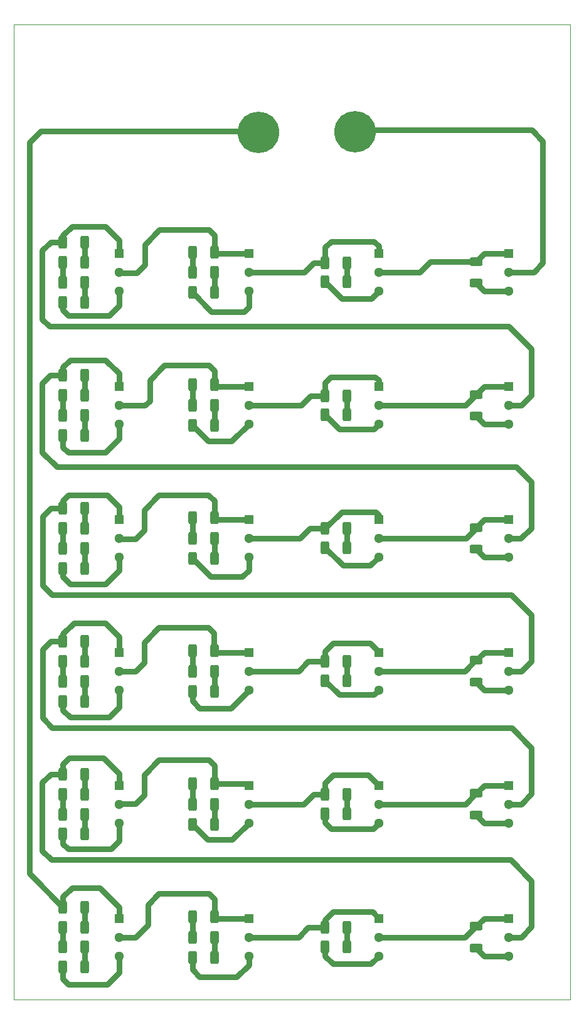
<source format=gbr>
%TF.GenerationSoftware,KiCad,Pcbnew,8.0.2*%
%TF.CreationDate,2024-08-18T00:41:24+05:30*%
%TF.ProjectId,DEC_R_BOX,4445435f-525f-4424-9f58-2e6b69636164,rev?*%
%TF.SameCoordinates,Original*%
%TF.FileFunction,Copper,L1,Top*%
%TF.FilePolarity,Positive*%
%FSLAX46Y46*%
G04 Gerber Fmt 4.6, Leading zero omitted, Abs format (unit mm)*
G04 Created by KiCad (PCBNEW 8.0.2) date 2024-08-18 00:41:24*
%MOMM*%
%LPD*%
G01*
G04 APERTURE LIST*
G04 Aperture macros list*
%AMRoundRect*
0 Rectangle with rounded corners*
0 $1 Rounding radius*
0 $2 $3 $4 $5 $6 $7 $8 $9 X,Y pos of 4 corners*
0 Add a 4 corners polygon primitive as box body*
4,1,4,$2,$3,$4,$5,$6,$7,$8,$9,$2,$3,0*
0 Add four circle primitives for the rounded corners*
1,1,$1+$1,$2,$3*
1,1,$1+$1,$4,$5*
1,1,$1+$1,$6,$7*
1,1,$1+$1,$8,$9*
0 Add four rect primitives between the rounded corners*
20,1,$1+$1,$2,$3,$4,$5,0*
20,1,$1+$1,$4,$5,$6,$7,0*
20,1,$1+$1,$6,$7,$8,$9,0*
20,1,$1+$1,$8,$9,$2,$3,0*%
G04 Aperture macros list end*
%TA.AperFunction,SMDPad,CuDef*%
%ADD10RoundRect,0.250000X-0.312500X-0.625000X0.312500X-0.625000X0.312500X0.625000X-0.312500X0.625000X0*%
%TD*%
%TA.AperFunction,ComponentPad*%
%ADD11R,1.300000X1.300000*%
%TD*%
%TA.AperFunction,ComponentPad*%
%ADD12C,1.300000*%
%TD*%
%TA.AperFunction,SMDPad,CuDef*%
%ADD13RoundRect,0.250000X0.625000X-0.312500X0.625000X0.312500X-0.625000X0.312500X-0.625000X-0.312500X0*%
%TD*%
%TA.AperFunction,ComponentPad*%
%ADD14C,5.600000*%
%TD*%
%TA.AperFunction,Conductor*%
%ADD15C,0.790000*%
%TD*%
%TA.AperFunction,Profile*%
%ADD16C,0.050000*%
%TD*%
G04 APERTURE END LIST*
D10*
%TO.P,R34,1*%
%TO.N,Net-(SW14-A)*%
X83437500Y-115958400D03*
%TO.P,R34,2*%
%TO.N,Net-(R34-Pad2)*%
X86362500Y-115958400D03*
%TD*%
D11*
%TO.P,SW5,1,A*%
%TO.N,Net-(SW5-A)*%
X108200000Y-78836800D03*
D12*
%TO.P,SW5,2,B*%
%TO.N,Net-(SW4-A)*%
X108200000Y-81376800D03*
%TO.P,SW5,3,C*%
%TO.N,Net-(SW5-C)*%
X108200000Y-83916800D03*
%TD*%
D10*
%TO.P,R30,1*%
%TO.N,Net-(SW12-C)*%
X48037500Y-103367600D03*
%TO.P,R30,2*%
%TO.N,Net-(R26-Pad2)*%
X50962500Y-103367600D03*
%TD*%
D11*
%TO.P,SW12,1,A*%
%TO.N,Net-(SW12-A)*%
X55600000Y-96777600D03*
D12*
%TO.P,SW12,2,B*%
%TO.N,Net-(SW11-A)*%
X55600000Y-99317600D03*
%TO.P,SW12,3,C*%
%TO.N,Net-(SW12-C)*%
X55600000Y-101857600D03*
%TD*%
D10*
%TO.P,R56,1*%
%TO.N,Net-(R53-Pad1)*%
X48037500Y-154490000D03*
%TO.P,R56,2*%
%TO.N,Net-(R56-Pad2)*%
X50962500Y-154490000D03*
%TD*%
%TO.P,R5,1*%
%TO.N,Net-(SW3-C)*%
X65537500Y-66186000D03*
%TO.P,R5,2*%
%TO.N,Net-(R4-Pad2)*%
X68462500Y-66186000D03*
%TD*%
%TO.P,R4,1*%
%TO.N,Net-(R4-Pad1)*%
X65537500Y-63436000D03*
%TO.P,R4,2*%
%TO.N,Net-(R4-Pad2)*%
X68462500Y-63436000D03*
%TD*%
D11*
%TO.P,SW6,1,A*%
%TO.N,Net-(SW6-A)*%
X90666666Y-78836800D03*
D12*
%TO.P,SW6,2,B*%
%TO.N,Net-(SW5-A)*%
X90666666Y-81376800D03*
%TO.P,SW6,3,C*%
%TO.N,Net-(SW6-C)*%
X90666666Y-83916800D03*
%TD*%
D10*
%TO.P,R3,1*%
%TO.N,Net-(SW2-A)*%
X83437500Y-62136000D03*
%TO.P,R3,2*%
%TO.N,Net-(R2-Pad2)*%
X86362500Y-62136000D03*
%TD*%
D13*
%TO.P,R17,1*%
%TO.N,Net-(SW5-C)*%
X103800000Y-82839300D03*
%TO.P,R17,2*%
%TO.N,Net-(SW5-A)*%
X103800000Y-79914300D03*
%TD*%
D10*
%TO.P,R18,1*%
%TO.N,Net-(SW6-C)*%
X83437500Y-82676800D03*
%TO.P,R18,2*%
%TO.N,Net-(R14-Pad2)*%
X86362500Y-82676800D03*
%TD*%
%TO.P,R36,1*%
%TO.N,Net-(R33-Pad1)*%
X48037500Y-118608400D03*
%TO.P,R36,2*%
%TO.N,Net-(R36-Pad2)*%
X50962500Y-118608400D03*
%TD*%
%TO.P,R41,1*%
%TO.N,Net-(SW20-A)*%
X48037500Y-131149200D03*
%TO.P,R41,2*%
%TO.N,Net-(R41-Pad2)*%
X50962500Y-131149200D03*
%TD*%
%TO.P,R28,1*%
%TO.N,Net-(SW10-C)*%
X83437500Y-100617600D03*
%TO.P,R28,2*%
%TO.N,Net-(R24-Pad2)*%
X86362500Y-100617600D03*
%TD*%
%TO.P,R32,1*%
%TO.N,Net-(R32-Pad1)*%
X65537500Y-114508400D03*
%TO.P,R32,2*%
%TO.N,Net-(SW15-A)*%
X68462500Y-114508400D03*
%TD*%
%TO.P,R21,1*%
%TO.N,Net-(SW12-A)*%
X48037500Y-95267600D03*
%TO.P,R21,2*%
%TO.N,Net-(R21-Pad2)*%
X50962500Y-95267600D03*
%TD*%
%TO.P,R51,1*%
%TO.N,Net-(J1-Pin_1)*%
X48037500Y-149090000D03*
%TO.P,R51,2*%
%TO.N,Net-(R51-Pad2)*%
X50962500Y-149090000D03*
%TD*%
%TO.P,R29,1*%
%TO.N,Net-(SW11-C)*%
X65537500Y-102067600D03*
%TO.P,R29,2*%
%TO.N,Net-(R25-Pad2)*%
X68462500Y-102067600D03*
%TD*%
D13*
%TO.P,R47,1*%
%TO.N,Net-(SW17-C)*%
X103800000Y-136661700D03*
%TO.P,R47,2*%
%TO.N,Net-(SW17-A)*%
X103800000Y-133736700D03*
%TD*%
D10*
%TO.P,R60,1*%
%TO.N,Net-(SW24-C)*%
X48037500Y-157190000D03*
%TO.P,R60,2*%
%TO.N,Net-(R56-Pad2)*%
X50962500Y-157190000D03*
%TD*%
%TO.P,R38,1*%
%TO.N,Net-(SW14-C)*%
X83437500Y-118558400D03*
%TO.P,R38,2*%
%TO.N,Net-(R34-Pad2)*%
X86362500Y-118558400D03*
%TD*%
%TO.P,R25,1*%
%TO.N,Net-(R22-Pad1)*%
X65537500Y-99317600D03*
%TO.P,R25,2*%
%TO.N,Net-(R25-Pad2)*%
X68462500Y-99317600D03*
%TD*%
D11*
%TO.P,SW2,1,A*%
%TO.N,Net-(SW2-A)*%
X90666666Y-60896000D03*
D12*
%TO.P,SW2,2,B*%
%TO.N,Net-(SW1-A)*%
X90666666Y-63436000D03*
%TO.P,SW2,3,C*%
%TO.N,Net-(SW2-C)*%
X90666666Y-65976000D03*
%TD*%
D10*
%TO.P,R40,1*%
%TO.N,Net-(SW16-C)*%
X48037500Y-121308400D03*
%TO.P,R40,2*%
%TO.N,Net-(R36-Pad2)*%
X50962500Y-121308400D03*
%TD*%
%TO.P,R12,1*%
%TO.N,Net-(R12-Pad1)*%
X65537500Y-78626800D03*
%TO.P,R12,2*%
%TO.N,Net-(SW7-A)*%
X68462500Y-78626800D03*
%TD*%
D13*
%TO.P,R37,1*%
%TO.N,Net-(SW13-C)*%
X103800000Y-118720900D03*
%TO.P,R37,2*%
%TO.N,Net-(SW13-A)*%
X103800000Y-115795900D03*
%TD*%
D10*
%TO.P,R10,1*%
%TO.N,Net-(SW4-A)*%
X48037500Y-59386000D03*
%TO.P,R10,2*%
%TO.N,Net-(R10-Pad2)*%
X50962500Y-59386000D03*
%TD*%
%TO.P,R2,1*%
%TO.N,Net-(SW2-C)*%
X83437500Y-64736000D03*
%TO.P,R2,2*%
%TO.N,Net-(R2-Pad2)*%
X86362500Y-64736000D03*
%TD*%
%TO.P,R11,1*%
%TO.N,Net-(SW8-A)*%
X48037500Y-77326800D03*
%TO.P,R11,2*%
%TO.N,Net-(R11-Pad2)*%
X50962500Y-77326800D03*
%TD*%
D11*
%TO.P,SW21,1,A*%
%TO.N,Net-(SW21-A)*%
X108200000Y-150600000D03*
D12*
%TO.P,SW21,2,B*%
%TO.N,Net-(SW20-A)*%
X108200000Y-153140000D03*
%TO.P,SW21,3,C*%
%TO.N,Net-(SW21-C)*%
X108200000Y-155680000D03*
%TD*%
D11*
%TO.P,SW8,1,A*%
%TO.N,Net-(SW8-A)*%
X55600000Y-78836800D03*
D12*
%TO.P,SW8,2,B*%
%TO.N,Net-(SW7-A)*%
X55600000Y-81376800D03*
%TO.P,SW8,3,C*%
%TO.N,Net-(SW8-C)*%
X55600000Y-83916800D03*
%TD*%
D11*
%TO.P,SW22,1,A*%
%TO.N,Net-(SW22-A)*%
X90666666Y-150600000D03*
D12*
%TO.P,SW22,2,B*%
%TO.N,Net-(SW21-A)*%
X90666666Y-153140000D03*
%TO.P,SW22,3,C*%
%TO.N,Net-(SW22-C)*%
X90666666Y-155680000D03*
%TD*%
D10*
%TO.P,R35,1*%
%TO.N,Net-(R32-Pad1)*%
X65537500Y-117258400D03*
%TO.P,R35,2*%
%TO.N,Net-(R35-Pad2)*%
X68462500Y-117258400D03*
%TD*%
D11*
%TO.P,SW11,1,A*%
%TO.N,Net-(SW11-A)*%
X73133333Y-96777600D03*
D12*
%TO.P,SW11,2,B*%
%TO.N,Net-(SW10-A)*%
X73133333Y-99317600D03*
%TO.P,SW11,3,C*%
%TO.N,Net-(SW11-C)*%
X73133333Y-101857600D03*
%TD*%
D10*
%TO.P,R48,1*%
%TO.N,Net-(SW18-C)*%
X83437500Y-136499200D03*
%TO.P,R48,2*%
%TO.N,Net-(R44-Pad2)*%
X86362500Y-136499200D03*
%TD*%
D11*
%TO.P,SW7,1,A*%
%TO.N,Net-(SW7-A)*%
X73133333Y-78836800D03*
D12*
%TO.P,SW7,2,B*%
%TO.N,Net-(SW6-A)*%
X73133333Y-81376800D03*
%TO.P,SW7,3,C*%
%TO.N,Net-(SW7-C)*%
X73133333Y-83916800D03*
%TD*%
D11*
%TO.P,SW13,1,A*%
%TO.N,Net-(SW13-A)*%
X108200000Y-114718400D03*
D12*
%TO.P,SW13,2,B*%
%TO.N,Net-(SW12-A)*%
X108200000Y-117258400D03*
%TO.P,SW13,3,C*%
%TO.N,Net-(SW13-C)*%
X108200000Y-119798400D03*
%TD*%
D10*
%TO.P,R7,1*%
%TO.N,Net-(R7-Pad1)*%
X48037500Y-62086000D03*
%TO.P,R7,2*%
%TO.N,Net-(R10-Pad2)*%
X50962500Y-62086000D03*
%TD*%
D11*
%TO.P,SW10,1,A*%
%TO.N,Net-(SW10-A)*%
X90666666Y-96777600D03*
D12*
%TO.P,SW10,2,B*%
%TO.N,Net-(SW10-B)*%
X90666666Y-99317600D03*
%TO.P,SW10,3,C*%
%TO.N,Net-(SW10-C)*%
X90666666Y-101857600D03*
%TD*%
D10*
%TO.P,R58,1*%
%TO.N,Net-(SW22-C)*%
X83437500Y-154440000D03*
%TO.P,R58,2*%
%TO.N,Net-(R54-Pad2)*%
X86362500Y-154440000D03*
%TD*%
D11*
%TO.P,SW14,1,A*%
%TO.N,Net-(SW14-A)*%
X90666666Y-114718400D03*
D12*
%TO.P,SW14,2,B*%
%TO.N,Net-(SW13-A)*%
X90666666Y-117258400D03*
%TO.P,SW14,3,C*%
%TO.N,Net-(SW14-C)*%
X90666666Y-119798400D03*
%TD*%
D11*
%TO.P,SW15,1,A*%
%TO.N,Net-(SW15-A)*%
X73133333Y-114718400D03*
D12*
%TO.P,SW15,2,B*%
%TO.N,Net-(SW14-A)*%
X73133333Y-117258400D03*
%TO.P,SW15,3,C*%
%TO.N,Net-(SW15-C)*%
X73133333Y-119798400D03*
%TD*%
D10*
%TO.P,R53,1*%
%TO.N,Net-(R53-Pad1)*%
X48037500Y-151790000D03*
%TO.P,R53,2*%
%TO.N,Net-(R51-Pad2)*%
X50962500Y-151790000D03*
%TD*%
%TO.P,R24,1*%
%TO.N,Net-(SW10-A)*%
X83437500Y-98017600D03*
%TO.P,R24,2*%
%TO.N,Net-(R24-Pad2)*%
X86362500Y-98017600D03*
%TD*%
%TO.P,R49,1*%
%TO.N,Net-(SW19-C)*%
X65537500Y-137949200D03*
%TO.P,R49,2*%
%TO.N,Net-(R45-Pad2)*%
X68462500Y-137949200D03*
%TD*%
D11*
%TO.P,SW4,1,A*%
%TO.N,Net-(SW4-A)*%
X55600000Y-60896000D03*
D12*
%TO.P,SW4,2,B*%
%TO.N,Net-(SW3-A)*%
X55600000Y-63436000D03*
%TO.P,SW4,3,C*%
%TO.N,Net-(SW4-C)*%
X55600000Y-65976000D03*
%TD*%
D11*
%TO.P,SW20,1,A*%
%TO.N,Net-(SW20-A)*%
X55600000Y-132659200D03*
D12*
%TO.P,SW20,2,B*%
%TO.N,Net-(SW19-A)*%
X55600000Y-135199200D03*
%TO.P,SW20,3,C*%
%TO.N,Net-(SW20-C)*%
X55600000Y-137739200D03*
%TD*%
D10*
%TO.P,R13,1*%
%TO.N,Net-(R13-Pad1)*%
X48037500Y-80026800D03*
%TO.P,R13,2*%
%TO.N,Net-(R11-Pad2)*%
X50962500Y-80026800D03*
%TD*%
D11*
%TO.P,SW23,1,A*%
%TO.N,Net-(SW23-A)*%
X73133333Y-150600000D03*
D12*
%TO.P,SW23,2,B*%
%TO.N,Net-(SW22-A)*%
X73133333Y-153140000D03*
%TO.P,SW23,3,C*%
%TO.N,Net-(SW23-C)*%
X73133333Y-155680000D03*
%TD*%
D10*
%TO.P,R45,1*%
%TO.N,Net-(R42-Pad1)*%
X65537500Y-135199200D03*
%TO.P,R45,2*%
%TO.N,Net-(R45-Pad2)*%
X68462500Y-135199200D03*
%TD*%
D13*
%TO.P,R27,1*%
%TO.N,Net-(SW9-C)*%
X103800000Y-100780100D03*
%TO.P,R27,2*%
%TO.N,Net-(SW10-B)*%
X103800000Y-97855100D03*
%TD*%
D10*
%TO.P,R54,1*%
%TO.N,Net-(SW22-A)*%
X83437500Y-151840000D03*
%TO.P,R54,2*%
%TO.N,Net-(R54-Pad2)*%
X86362500Y-151840000D03*
%TD*%
%TO.P,R19,1*%
%TO.N,Net-(SW7-C)*%
X65537500Y-84126800D03*
%TO.P,R19,2*%
%TO.N,Net-(R15-Pad2)*%
X68462500Y-84126800D03*
%TD*%
%TO.P,R46,1*%
%TO.N,Net-(R43-Pad1)*%
X48037500Y-136549200D03*
%TO.P,R46,2*%
%TO.N,Net-(R46-Pad2)*%
X50962500Y-136549200D03*
%TD*%
%TO.P,R55,1*%
%TO.N,Net-(R52-Pad1)*%
X65537500Y-153140000D03*
%TO.P,R55,2*%
%TO.N,Net-(R55-Pad2)*%
X68462500Y-153140000D03*
%TD*%
%TO.P,R31,1*%
%TO.N,Net-(SW16-A)*%
X48037500Y-113208400D03*
%TO.P,R31,2*%
%TO.N,Net-(R31-Pad2)*%
X50962500Y-113208400D03*
%TD*%
%TO.P,R6,1*%
%TO.N,Net-(R4-Pad1)*%
X65537500Y-60686000D03*
%TO.P,R6,2*%
%TO.N,Net-(SW3-A)*%
X68462500Y-60686000D03*
%TD*%
D11*
%TO.P,SW16,1,A*%
%TO.N,Net-(SW16-A)*%
X55600000Y-114718400D03*
D12*
%TO.P,SW16,2,B*%
%TO.N,Net-(SW15-A)*%
X55600000Y-117258400D03*
%TO.P,SW16,3,C*%
%TO.N,Net-(SW16-C)*%
X55600000Y-119798400D03*
%TD*%
D11*
%TO.P,SW3,1,A*%
%TO.N,Net-(SW3-A)*%
X73133333Y-60896000D03*
D12*
%TO.P,SW3,2,B*%
%TO.N,Net-(SW2-A)*%
X73133333Y-63436000D03*
%TO.P,SW3,3,C*%
%TO.N,Net-(SW3-C)*%
X73133333Y-65976000D03*
%TD*%
D10*
%TO.P,R8,1*%
%TO.N,Net-(R7-Pad1)*%
X48037500Y-64786000D03*
%TO.P,R8,2*%
%TO.N,Net-(R8-Pad2)*%
X50962500Y-64786000D03*
%TD*%
D13*
%TO.P,R57,1*%
%TO.N,Net-(SW21-C)*%
X103800000Y-154602500D03*
%TO.P,R57,2*%
%TO.N,Net-(SW21-A)*%
X103800000Y-151677500D03*
%TD*%
D10*
%TO.P,R44,1*%
%TO.N,Net-(SW18-A)*%
X83437500Y-133899200D03*
%TO.P,R44,2*%
%TO.N,Net-(R44-Pad2)*%
X86362500Y-133899200D03*
%TD*%
D11*
%TO.P,SW24,1,A*%
%TO.N,Net-(J1-Pin_1)*%
X55600000Y-150600000D03*
D12*
%TO.P,SW24,2,B*%
%TO.N,Net-(SW23-A)*%
X55600000Y-153140000D03*
%TO.P,SW24,3,C*%
%TO.N,Net-(SW24-C)*%
X55600000Y-155680000D03*
%TD*%
D10*
%TO.P,R43,1*%
%TO.N,Net-(R43-Pad1)*%
X48037500Y-133849200D03*
%TO.P,R43,2*%
%TO.N,Net-(R41-Pad2)*%
X50962500Y-133849200D03*
%TD*%
D11*
%TO.P,SW19,1,A*%
%TO.N,Net-(SW19-A)*%
X73133333Y-132659200D03*
D12*
%TO.P,SW19,2,B*%
%TO.N,Net-(SW18-A)*%
X73133333Y-135199200D03*
%TO.P,SW19,3,C*%
%TO.N,Net-(SW19-C)*%
X73133333Y-137739200D03*
%TD*%
D10*
%TO.P,R14,1*%
%TO.N,Net-(SW6-A)*%
X83437500Y-80076800D03*
%TO.P,R14,2*%
%TO.N,Net-(R14-Pad2)*%
X86362500Y-80076800D03*
%TD*%
D11*
%TO.P,SW1,1,A*%
%TO.N,Net-(SW1-A)*%
X108200000Y-60896000D03*
D12*
%TO.P,SW1,2,B*%
%TO.N,Net-(J2-Pin_1)*%
X108200000Y-63436000D03*
%TO.P,SW1,3,C*%
%TO.N,Net-(SW1-C)*%
X108200000Y-65976000D03*
%TD*%
D10*
%TO.P,R26,1*%
%TO.N,Net-(R23-Pad1)*%
X48037500Y-100667600D03*
%TO.P,R26,2*%
%TO.N,Net-(R26-Pad2)*%
X50962500Y-100667600D03*
%TD*%
D11*
%TO.P,SW18,1,A*%
%TO.N,Net-(SW18-A)*%
X90666666Y-132659200D03*
D12*
%TO.P,SW18,2,B*%
%TO.N,Net-(SW17-A)*%
X90666666Y-135199200D03*
%TO.P,SW18,3,C*%
%TO.N,Net-(SW18-C)*%
X90666666Y-137739200D03*
%TD*%
D10*
%TO.P,R59,1*%
%TO.N,Net-(SW23-C)*%
X65537500Y-155890000D03*
%TO.P,R59,2*%
%TO.N,Net-(R55-Pad2)*%
X68462500Y-155890000D03*
%TD*%
D14*
%TO.P,J2,1,Pin_1*%
%TO.N,Net-(J2-Pin_1)*%
X87500000Y-44500000D03*
%TD*%
D11*
%TO.P,SW17,1,A*%
%TO.N,Net-(SW17-A)*%
X108200000Y-132659200D03*
D12*
%TO.P,SW17,2,B*%
%TO.N,Net-(SW16-A)*%
X108200000Y-135199200D03*
%TO.P,SW17,3,C*%
%TO.N,Net-(SW17-C)*%
X108200000Y-137739200D03*
%TD*%
D10*
%TO.P,R9,1*%
%TO.N,Net-(SW4-C)*%
X48037500Y-67486000D03*
%TO.P,R9,2*%
%TO.N,Net-(R8-Pad2)*%
X50962500Y-67486000D03*
%TD*%
D13*
%TO.P,R1,1*%
%TO.N,Net-(SW1-C)*%
X103800000Y-64898500D03*
%TO.P,R1,2*%
%TO.N,Net-(SW1-A)*%
X103800000Y-61973500D03*
%TD*%
D11*
%TO.P,SW9,1,A*%
%TO.N,Net-(SW10-B)*%
X108200000Y-96777600D03*
D12*
%TO.P,SW9,2,B*%
%TO.N,Net-(SW8-A)*%
X108200000Y-99317600D03*
%TO.P,SW9,3,C*%
%TO.N,Net-(SW9-C)*%
X108200000Y-101857600D03*
%TD*%
D10*
%TO.P,R16,1*%
%TO.N,Net-(R13-Pad1)*%
X48037500Y-82726800D03*
%TO.P,R16,2*%
%TO.N,Net-(R16-Pad2)*%
X50962500Y-82726800D03*
%TD*%
%TO.P,R22,1*%
%TO.N,Net-(R22-Pad1)*%
X65537500Y-96567600D03*
%TO.P,R22,2*%
%TO.N,Net-(SW11-A)*%
X68462500Y-96567600D03*
%TD*%
%TO.P,R50,1*%
%TO.N,Net-(SW20-C)*%
X48037500Y-139249200D03*
%TO.P,R50,2*%
%TO.N,Net-(R46-Pad2)*%
X50962500Y-139249200D03*
%TD*%
%TO.P,R20,1*%
%TO.N,Net-(SW8-C)*%
X48037500Y-85426800D03*
%TO.P,R20,2*%
%TO.N,Net-(R16-Pad2)*%
X50962500Y-85426800D03*
%TD*%
%TO.P,R42,1*%
%TO.N,Net-(R42-Pad1)*%
X65537500Y-132449200D03*
%TO.P,R42,2*%
%TO.N,Net-(SW19-A)*%
X68462500Y-132449200D03*
%TD*%
%TO.P,R33,1*%
%TO.N,Net-(R33-Pad1)*%
X48037500Y-115908400D03*
%TO.P,R33,2*%
%TO.N,Net-(R31-Pad2)*%
X50962500Y-115908400D03*
%TD*%
%TO.P,R15,1*%
%TO.N,Net-(R12-Pad1)*%
X65537500Y-81376800D03*
%TO.P,R15,2*%
%TO.N,Net-(R15-Pad2)*%
X68462500Y-81376800D03*
%TD*%
%TO.P,R52,1*%
%TO.N,Net-(R52-Pad1)*%
X65537500Y-150390000D03*
%TO.P,R52,2*%
%TO.N,Net-(SW23-A)*%
X68462500Y-150390000D03*
%TD*%
D14*
%TO.P,J1,1,Pin_1*%
%TO.N,Net-(J1-Pin_1)*%
X74412500Y-44525000D03*
%TD*%
D10*
%TO.P,R39,1*%
%TO.N,Net-(SW15-C)*%
X65537500Y-120008400D03*
%TO.P,R39,2*%
%TO.N,Net-(R35-Pad2)*%
X68462500Y-120008400D03*
%TD*%
%TO.P,R23,1*%
%TO.N,Net-(R23-Pad1)*%
X48037500Y-97967600D03*
%TO.P,R23,2*%
%TO.N,Net-(R21-Pad2)*%
X50962500Y-97967600D03*
%TD*%
D15*
%TO.N,Net-(SW1-C)*%
X108200000Y-65976000D02*
X104877500Y-65976000D01*
X104877500Y-65976000D02*
X103800000Y-64898500D01*
%TO.N,Net-(SW1-A)*%
X108200000Y-60896000D02*
X104877500Y-60896000D01*
X97626500Y-61973500D02*
X96164000Y-63436000D01*
X104877500Y-60896000D02*
X103800000Y-61973500D01*
X96164000Y-63436000D02*
X90666666Y-63436000D01*
X103800000Y-61973500D02*
X97626500Y-61973500D01*
%TO.N,Net-(SW2-C)*%
X85701500Y-67000000D02*
X89642666Y-67000000D01*
X83437500Y-64736000D02*
X85701500Y-67000000D01*
X89642666Y-67000000D02*
X90666666Y-65976000D01*
%TO.N,Net-(R2-Pad2)*%
X86362500Y-62136000D02*
X86362500Y-64736000D01*
%TO.N,Net-(SW2-A)*%
X90666666Y-59916666D02*
X90000000Y-59250000D01*
X84250000Y-59250000D02*
X83437500Y-60062500D01*
X73133333Y-63436000D02*
X80600750Y-63436000D01*
X80600750Y-63436000D02*
X81900750Y-62136000D01*
X90000000Y-59250000D02*
X84250000Y-59250000D01*
X81900750Y-62136000D02*
X83437500Y-62136000D01*
X83437500Y-60062500D02*
X83437500Y-62136000D01*
X90666666Y-60896000D02*
X90666666Y-59916666D01*
%TO.N,Net-(R4-Pad2)*%
X68462500Y-63436000D02*
X68462500Y-66186000D01*
%TO.N,Net-(R4-Pad1)*%
X65537500Y-60686000D02*
X65537500Y-63436000D01*
%TO.N,Net-(SW3-C)*%
X73133333Y-68116667D02*
X73133333Y-65976000D01*
X72500000Y-68750000D02*
X73133333Y-68116667D01*
X65537500Y-66186000D02*
X68101500Y-68750000D01*
X68101500Y-68750000D02*
X72500000Y-68750000D01*
%TO.N,Net-(SW3-A)*%
X68500000Y-58435000D02*
X67745000Y-57680000D01*
X68532500Y-60820000D02*
X68500000Y-60787500D01*
X68500000Y-60787500D02*
X68500000Y-58435000D01*
X59070000Y-62430000D02*
X58000000Y-63500000D01*
X73133333Y-60896000D02*
X68672500Y-60896000D01*
X55740000Y-63500000D02*
X55670000Y-63570000D01*
X68672500Y-60896000D02*
X68462500Y-60686000D01*
X61070000Y-57680000D02*
X59070000Y-59680000D01*
X58000000Y-63500000D02*
X55740000Y-63500000D01*
X67745000Y-57680000D02*
X61070000Y-57680000D01*
X59070000Y-59680000D02*
X59070000Y-62430000D01*
%TO.N,Net-(R7-Pad1)*%
X48037500Y-62086000D02*
X48037500Y-64786000D01*
%TO.N,Net-(R10-Pad2)*%
X50962500Y-59386000D02*
X50962500Y-62086000D01*
%TO.N,Net-(R8-Pad2)*%
X50962500Y-67486000D02*
X50962500Y-64786000D01*
%TO.N,Net-(SW4-C)*%
X55600000Y-67900000D02*
X55600000Y-65976000D01*
X48037500Y-68537500D02*
X48750000Y-69250000D01*
X48037500Y-67486000D02*
X48037500Y-68537500D01*
X48750000Y-69250000D02*
X54250000Y-69250000D01*
X54250000Y-69250000D02*
X55600000Y-67900000D01*
%TO.N,Net-(SW4-A)*%
X111250000Y-73750000D02*
X108250000Y-70750000D01*
X108250000Y-70750000D02*
X46250000Y-70750000D01*
X46250000Y-70750000D02*
X45250000Y-69750000D01*
X111250000Y-80000000D02*
X111250000Y-73750000D01*
X46364000Y-59386000D02*
X48037500Y-59386000D01*
X49250000Y-57250000D02*
X53750000Y-57250000D01*
X55600000Y-59100000D02*
X55600000Y-60896000D01*
X108200000Y-81376800D02*
X109873200Y-81376800D01*
X48037500Y-59386000D02*
X48037500Y-58462500D01*
X109873200Y-81376800D02*
X111250000Y-80000000D01*
X48037500Y-58462500D02*
X49250000Y-57250000D01*
X45250000Y-60500000D02*
X46364000Y-59386000D01*
X53750000Y-57250000D02*
X55600000Y-59100000D01*
X45250000Y-69750000D02*
X45250000Y-60500000D01*
%TO.N,Net-(SW8-A)*%
X111225000Y-97950000D02*
X111225000Y-91700000D01*
X48037500Y-76212500D02*
X48037500Y-77326800D01*
X55600000Y-78836800D02*
X55600000Y-77100000D01*
X109848200Y-99326800D02*
X111225000Y-97950000D01*
X49000000Y-75250000D02*
X48037500Y-76212500D01*
X46339000Y-77336000D02*
X48012500Y-77336000D01*
X111225000Y-91700000D02*
X109225000Y-89700000D01*
X109225000Y-89700000D02*
X47225000Y-89700000D01*
X47225000Y-89700000D02*
X45225000Y-87700000D01*
X45225000Y-78450000D02*
X46339000Y-77336000D01*
X45225000Y-87700000D02*
X45225000Y-78450000D01*
X55600000Y-77100000D02*
X53750000Y-75250000D01*
X53750000Y-75250000D02*
X49000000Y-75250000D01*
X108175000Y-99326800D02*
X109848200Y-99326800D01*
X55600000Y-78836800D02*
X55586800Y-78836800D01*
%TO.N,Net-(R11-Pad2)*%
X50962500Y-77326800D02*
X50962500Y-80026800D01*
%TO.N,Net-(R12-Pad1)*%
X65537500Y-78626800D02*
X65537500Y-81376800D01*
%TO.N,Net-(SW7-A)*%
X61750000Y-76000000D02*
X59750000Y-78000000D01*
X59123200Y-81376800D02*
X55600000Y-81376800D01*
X59750000Y-78000000D02*
X59750000Y-80750000D01*
X68462500Y-76712500D02*
X67750000Y-76000000D01*
X68672500Y-78836800D02*
X68462500Y-78626800D01*
X67750000Y-76000000D02*
X61750000Y-76000000D01*
X59750000Y-80750000D02*
X59123200Y-81376800D01*
X68462500Y-78626800D02*
X68462500Y-76712500D01*
X73133333Y-78836800D02*
X68672500Y-78836800D01*
%TO.N,Net-(R13-Pad1)*%
X48037500Y-80026800D02*
X48037500Y-79787500D01*
X48037500Y-79787500D02*
X48037500Y-82726800D01*
X48037500Y-79787500D02*
X48000000Y-79750000D01*
%TO.N,Net-(SW6-A)*%
X83437500Y-78312500D02*
X83437500Y-80076800D01*
X81473200Y-80076800D02*
X83437500Y-80076800D01*
X90666666Y-78016666D02*
X90200000Y-77550000D01*
X90200000Y-77550000D02*
X84200000Y-77550000D01*
X84200000Y-77550000D02*
X83437500Y-78312500D01*
X73133333Y-81376800D02*
X80173200Y-81376800D01*
X80173200Y-81376800D02*
X81473200Y-80076800D01*
X90666666Y-78836800D02*
X90666666Y-78016666D01*
%TO.N,Net-(R14-Pad2)*%
X86362500Y-80076800D02*
X86362500Y-82676800D01*
%TO.N,Net-(R15-Pad2)*%
X68462500Y-81376800D02*
X68462500Y-84126800D01*
%TO.N,Net-(R16-Pad2)*%
X50962500Y-82726800D02*
X50962500Y-85426800D01*
%TO.N,Net-(SW5-A)*%
X108200000Y-78836800D02*
X104877500Y-78836800D01*
X104877500Y-78836800D02*
X103800000Y-79914300D01*
X90666666Y-81376800D02*
X102337500Y-81376800D01*
X102337500Y-81376800D02*
X103800000Y-79914300D01*
%TO.N,Net-(SW5-C)*%
X104877500Y-83916800D02*
X103800000Y-82839300D01*
X108200000Y-83916800D02*
X104877500Y-83916800D01*
%TO.N,Net-(SW6-C)*%
X90016667Y-84566799D02*
X90666666Y-83916800D01*
X83437500Y-82676800D02*
X85327499Y-84566799D01*
X85327499Y-84566799D02*
X90016667Y-84566799D01*
%TO.N,Net-(SW7-C)*%
X70800133Y-86250000D02*
X67660700Y-86250000D01*
X67660700Y-86250000D02*
X65537500Y-84126800D01*
X73133333Y-83916800D02*
X70800133Y-86250000D01*
%TO.N,Net-(SW8-C)*%
X53750000Y-87750000D02*
X55600000Y-85900000D01*
X55600000Y-85900000D02*
X55600000Y-83916800D01*
X48037500Y-85426800D02*
X48037500Y-87037500D01*
X48037500Y-87037500D02*
X48750000Y-87750000D01*
X48750000Y-87750000D02*
X53750000Y-87750000D01*
%TO.N,Net-(R21-Pad2)*%
X50962500Y-97967600D02*
X50962500Y-95267600D01*
%TO.N,Net-(SW12-A)*%
X48750000Y-93500000D02*
X48037500Y-94212500D01*
X55600000Y-96777600D02*
X55600000Y-95100000D01*
X54000000Y-93500000D02*
X48750000Y-93500000D01*
X111275000Y-115900000D02*
X111275000Y-109650000D01*
X109898200Y-117276800D02*
X111275000Y-115900000D01*
X55600000Y-95100000D02*
X54000000Y-93500000D01*
X46389000Y-95286000D02*
X48062500Y-95286000D01*
X111275000Y-109650000D02*
X108550000Y-106925000D01*
X108225000Y-117276800D02*
X109898200Y-117276800D01*
X45275000Y-96400000D02*
X46389000Y-95286000D01*
X108550000Y-106925000D02*
X46550000Y-106925000D01*
X45275000Y-105650000D02*
X45275000Y-96400000D01*
X46550000Y-106925000D02*
X45275000Y-105650000D01*
X48037500Y-94212500D02*
X48037500Y-95267600D01*
%TO.N,Net-(R22-Pad1)*%
X65537500Y-96567600D02*
X65537500Y-99317600D01*
%TO.N,Net-(SW11-A)*%
X59000000Y-95500000D02*
X59000000Y-98250000D01*
X68672500Y-96777600D02*
X68462500Y-96567600D01*
X57860000Y-99390000D02*
X55600000Y-99390000D01*
X68462500Y-96640000D02*
X68462500Y-94287500D01*
X67675000Y-93500000D02*
X61000000Y-93500000D01*
X73133333Y-96777600D02*
X68672500Y-96777600D01*
X68462500Y-94287500D02*
X67675000Y-93500000D01*
X61000000Y-93500000D02*
X59000000Y-95500000D01*
X59000000Y-98250000D02*
X57860000Y-99390000D01*
%TO.N,Net-(R23-Pad1)*%
X48037500Y-100667600D02*
X48037500Y-97967600D01*
%TO.N,Net-(R24-Pad2)*%
X86362500Y-100617600D02*
X86362500Y-98017600D01*
%TO.N,Net-(SW10-A)*%
X80032400Y-99317600D02*
X73133333Y-99317600D01*
X90666666Y-96166666D02*
X90250000Y-95750000D01*
X83437500Y-98017600D02*
X81332400Y-98017600D01*
X90250000Y-95750000D02*
X85705100Y-95750000D01*
X85705100Y-95750000D02*
X83437500Y-98017600D01*
X81332400Y-98017600D02*
X80032400Y-99317600D01*
X90666666Y-96777600D02*
X90666666Y-96166666D01*
%TO.N,Net-(R25-Pad2)*%
X68462500Y-102067600D02*
X68462500Y-99317600D01*
%TO.N,Net-(R26-Pad2)*%
X50962500Y-100667600D02*
X50962500Y-103367600D01*
%TO.N,Net-(SW9-C)*%
X104877500Y-101857600D02*
X103800000Y-100780100D01*
X108200000Y-101857600D02*
X104877500Y-101857600D01*
%TO.N,Net-(SW10-B)*%
X108200000Y-96777600D02*
X104877500Y-96777600D01*
X104877500Y-96777600D02*
X103800000Y-97855100D01*
X103800000Y-97950000D02*
X102432400Y-99317600D01*
X102432400Y-99317600D02*
X90666666Y-99317600D01*
X103800000Y-97855100D02*
X103800000Y-97950000D01*
%TO.N,Net-(SW10-C)*%
X83437500Y-100617600D02*
X85819900Y-103000000D01*
X89524266Y-103000000D02*
X90666666Y-101857600D01*
X85819900Y-103000000D02*
X89524266Y-103000000D01*
%TO.N,Net-(SW11-C)*%
X73133333Y-103616667D02*
X73133333Y-101857600D01*
X72250000Y-104500000D02*
X73133333Y-103616667D01*
X65537500Y-102067600D02*
X67969900Y-104500000D01*
X67969900Y-104500000D02*
X72250000Y-104500000D01*
%TO.N,Net-(SW12-C)*%
X53750000Y-105500000D02*
X55600000Y-103650000D01*
X48037500Y-103367600D02*
X48037500Y-104537500D01*
X49000000Y-105500000D02*
X53750000Y-105500000D01*
X48037500Y-104537500D02*
X49000000Y-105500000D01*
X55600000Y-103650000D02*
X55600000Y-101857600D01*
%TO.N,Net-(SW16-A)*%
X45275000Y-123575000D02*
X45275000Y-114325000D01*
X55600000Y-114718400D02*
X55600000Y-112600000D01*
X45275000Y-114325000D02*
X46389000Y-113211000D01*
X109898200Y-135201800D02*
X111275000Y-133825000D01*
X111275000Y-133825000D02*
X111275000Y-127575000D01*
X53750000Y-110750000D02*
X49500000Y-110750000D01*
X108600000Y-124900000D02*
X46600000Y-124900000D01*
X49500000Y-110750000D02*
X48037500Y-112212500D01*
X55600000Y-112600000D02*
X53750000Y-110750000D01*
X46600000Y-124900000D02*
X45275000Y-123575000D01*
X46389000Y-113211000D02*
X48062500Y-113211000D01*
X48037500Y-112212500D02*
X48037500Y-113208400D01*
X108225000Y-135201800D02*
X109898200Y-135201800D01*
X111275000Y-127575000D02*
X108600000Y-124900000D01*
%TO.N,Net-(R31-Pad2)*%
X50962500Y-113208400D02*
X50962500Y-115908400D01*
%TO.N,Net-(SW15-A)*%
X73133333Y-114718400D02*
X68672500Y-114718400D01*
X67665000Y-111368400D02*
X60990000Y-111368400D01*
X58990000Y-113368400D02*
X58990000Y-116118400D01*
X58990000Y-116118400D02*
X57850000Y-117258400D01*
X57850000Y-117258400D02*
X55590000Y-117258400D01*
X68672500Y-114718400D02*
X68462500Y-114508400D01*
X60990000Y-111368400D02*
X58990000Y-113368400D01*
X68452500Y-112155900D02*
X67665000Y-111368400D01*
X68452500Y-114508400D02*
X68452500Y-112155900D01*
%TO.N,Net-(R32-Pad1)*%
X65537500Y-114508400D02*
X65537500Y-117258400D01*
%TO.N,Net-(R33-Pad1)*%
X48037500Y-115908400D02*
X48037500Y-118608400D01*
%TO.N,Net-(R34-Pad2)*%
X86362500Y-115958400D02*
X86362500Y-118558400D01*
%TO.N,Net-(SW14-A)*%
X83437500Y-114562500D02*
X83437500Y-115958400D01*
X81141600Y-115958400D02*
X83437500Y-115958400D01*
X90666666Y-114718400D02*
X90436666Y-114488400D01*
X90436666Y-114488400D02*
X90436666Y-114436666D01*
X90436666Y-114436666D02*
X89500000Y-113500000D01*
X73133333Y-117258400D02*
X79841600Y-117258400D01*
X84500000Y-113500000D02*
X83437500Y-114562500D01*
X89500000Y-113500000D02*
X84500000Y-113500000D01*
X79841600Y-117258400D02*
X81141600Y-115958400D01*
%TO.N,Net-(R35-Pad2)*%
X68462500Y-117258400D02*
X68462500Y-120008400D01*
%TO.N,Net-(R36-Pad2)*%
X50962500Y-118608400D02*
X50962500Y-121308400D01*
%TO.N,Net-(SW13-C)*%
X108200000Y-119798400D02*
X104877500Y-119798400D01*
X104877500Y-119798400D02*
X103800000Y-118720900D01*
%TO.N,Net-(SW13-A)*%
X104877500Y-114718400D02*
X103800000Y-115795900D01*
X90666666Y-117258400D02*
X102291600Y-117258400D01*
X102291600Y-117258400D02*
X103754100Y-115795900D01*
X108200000Y-114718400D02*
X104877500Y-114718400D01*
X103754100Y-115795900D02*
X103800000Y-115795900D01*
%TO.N,Net-(SW14-C)*%
X90016667Y-120448399D02*
X90666666Y-119798400D01*
X85327499Y-120448399D02*
X90016667Y-120448399D01*
X83437500Y-118558400D02*
X85327499Y-120448399D01*
%TO.N,Net-(SW15-C)*%
X65537500Y-121287500D02*
X65537500Y-120008400D01*
X66500000Y-122250000D02*
X65537500Y-121287500D01*
X73133333Y-119798400D02*
X70681733Y-122250000D01*
X70681733Y-122250000D02*
X66500000Y-122250000D01*
%TO.N,Net-(SW16-C)*%
X54250000Y-123500000D02*
X55600000Y-122150000D01*
X48037500Y-122537500D02*
X49000000Y-123500000D01*
X49000000Y-123500000D02*
X54250000Y-123500000D01*
X48037500Y-121308400D02*
X48037500Y-122537500D01*
X55600000Y-122150000D02*
X55600000Y-119798400D01*
%TO.N,Net-(SW20-A)*%
X111250000Y-145525000D02*
X108450000Y-142725000D01*
X46450000Y-142725000D02*
X45250000Y-141525000D01*
X53500000Y-129000000D02*
X48875000Y-129000000D01*
X55600000Y-132659200D02*
X55600000Y-131100000D01*
X45250000Y-141525000D02*
X45250000Y-132275000D01*
X55600000Y-131100000D02*
X53500000Y-129000000D01*
X45250000Y-132275000D02*
X46364000Y-131161000D01*
X108200000Y-153151800D02*
X109873200Y-153151800D01*
X111250000Y-151775000D02*
X111250000Y-145525000D01*
X109873200Y-153151800D02*
X111250000Y-151775000D01*
X46364000Y-131161000D02*
X48037500Y-131161000D01*
X108450000Y-142725000D02*
X46450000Y-142725000D01*
X48875000Y-129000000D02*
X48037500Y-129837500D01*
X48037500Y-129837500D02*
X48037500Y-131149200D01*
%TO.N,Net-(R41-Pad2)*%
X50962500Y-131149200D02*
X50962500Y-133849200D01*
%TO.N,Net-(R42-Pad1)*%
X65537500Y-135199200D02*
X65537500Y-132449200D01*
%TO.N,Net-(SW19-A)*%
X57860000Y-135140000D02*
X55600000Y-135140000D01*
X67750000Y-129250000D02*
X61000000Y-129250000D01*
X59000000Y-134000000D02*
X57860000Y-135140000D01*
X68462500Y-132390000D02*
X68500000Y-132352500D01*
X59000000Y-131250000D02*
X59000000Y-134000000D01*
X72923333Y-132449200D02*
X73133333Y-132659200D01*
X68500000Y-130075000D02*
X68462500Y-130037500D01*
X68500000Y-130000000D02*
X67750000Y-129250000D01*
X68500000Y-132352500D02*
X68500000Y-130075000D01*
X68462500Y-132449200D02*
X72923333Y-132449200D01*
X61000000Y-129250000D02*
X59000000Y-131250000D01*
%TO.N,Net-(R43-Pad1)*%
X48037500Y-133849200D02*
X48037500Y-136549200D01*
%TO.N,Net-(SW18-A)*%
X90436666Y-132429200D02*
X90429200Y-132429200D01*
X83437500Y-132312500D02*
X83437500Y-133899200D01*
X89250000Y-131250000D02*
X84500000Y-131250000D01*
X90429200Y-132429200D02*
X89250000Y-131250000D01*
X84500000Y-131250000D02*
X83437500Y-132312500D01*
X80550800Y-135199200D02*
X81850800Y-133899200D01*
X73133333Y-135199200D02*
X80550800Y-135199200D01*
X90666666Y-132659200D02*
X90436666Y-132429200D01*
X81850800Y-133899200D02*
X83437500Y-133899200D01*
%TO.N,Net-(R44-Pad2)*%
X86362500Y-133899200D02*
X86362500Y-136499200D01*
%TO.N,Net-(R45-Pad2)*%
X68462500Y-135199200D02*
X68462500Y-137949200D01*
%TO.N,Net-(R46-Pad2)*%
X50962500Y-136549200D02*
X50962500Y-139249200D01*
%TO.N,Net-(SW17-C)*%
X108200000Y-137739200D02*
X104877500Y-137739200D01*
X104877500Y-137739200D02*
X103800000Y-136661700D01*
%TO.N,Net-(SW17-A)*%
X102337500Y-135199200D02*
X103800000Y-133736700D01*
X104877500Y-132659200D02*
X103800000Y-133736700D01*
X90666666Y-135199200D02*
X102337500Y-135199200D01*
X108200000Y-132659200D02*
X104877500Y-132659200D01*
%TO.N,Net-(SW18-C)*%
X83437500Y-137687500D02*
X84250000Y-138500000D01*
X83437500Y-136499200D02*
X83437500Y-137687500D01*
X84250000Y-138500000D02*
X89905866Y-138500000D01*
X89905866Y-138500000D02*
X90666666Y-137739200D01*
%TO.N,Net-(SW19-C)*%
X67588300Y-140000000D02*
X70872533Y-140000000D01*
X70872533Y-140000000D02*
X73133333Y-137739200D01*
X65537500Y-137949200D02*
X67588300Y-140000000D01*
%TO.N,Net-(SW20-C)*%
X48750000Y-141250000D02*
X54500000Y-141250000D01*
X48037500Y-139249200D02*
X48037500Y-140537500D01*
X54500000Y-141250000D02*
X55600000Y-140150000D01*
X55600000Y-140150000D02*
X55600000Y-137739200D01*
X48037500Y-140537500D02*
X48750000Y-141250000D01*
%TO.N,Net-(R51-Pad2)*%
X50962500Y-151790000D02*
X50962500Y-149090000D01*
%TO.N,Net-(J1-Pin_1)*%
X48037500Y-147712500D02*
X48037500Y-149090000D01*
X74262500Y-44375000D02*
X45075000Y-44375000D01*
X55600000Y-150600000D02*
X55600000Y-149100000D01*
X74412500Y-44525000D02*
X74262500Y-44375000D01*
X43500000Y-45950000D02*
X43500000Y-144552500D01*
X45075000Y-44375000D02*
X43500000Y-45950000D01*
X49250000Y-146500000D02*
X48037500Y-147712500D01*
X55600000Y-149100000D02*
X53000000Y-146500000D01*
X74412500Y-44525000D02*
X74387500Y-44550000D01*
X43500000Y-144552500D02*
X48037500Y-149090000D01*
X53000000Y-146500000D02*
X49250000Y-146500000D01*
%TO.N,Net-(R52-Pad1)*%
X65537500Y-150390000D02*
X65537500Y-153140000D01*
%TO.N,Net-(SW23-A)*%
X61000000Y-147250000D02*
X59500000Y-148750000D01*
X68672500Y-150600000D02*
X68462500Y-150390000D01*
X57860000Y-153140000D02*
X55600000Y-153140000D01*
X67750000Y-147250000D02*
X61000000Y-147250000D01*
X68500000Y-148000000D02*
X67750000Y-147250000D01*
X59500000Y-151500000D02*
X57860000Y-153140000D01*
X68462500Y-150390000D02*
X68500000Y-150352500D01*
X68500000Y-150352500D02*
X68500000Y-148000000D01*
X59500000Y-148750000D02*
X59500000Y-151500000D01*
X73133333Y-150600000D02*
X68672500Y-150600000D01*
%TO.N,Net-(R53-Pad1)*%
X48037500Y-151790000D02*
X48037500Y-154490000D01*
%TO.N,Net-(SW22-A)*%
X83437500Y-151840000D02*
X83437500Y-150812500D01*
X84500000Y-149750000D02*
X89816666Y-149750000D01*
X81110000Y-151840000D02*
X83437500Y-151840000D01*
X79810000Y-153140000D02*
X81110000Y-151840000D01*
X89816666Y-149750000D02*
X90666666Y-150600000D01*
X83437500Y-150812500D02*
X84500000Y-149750000D01*
X73133333Y-153140000D02*
X79810000Y-153140000D01*
%TO.N,Net-(R54-Pad2)*%
X86362500Y-151840000D02*
X86362500Y-154440000D01*
%TO.N,Net-(R55-Pad2)*%
X68462500Y-153140000D02*
X68462500Y-155890000D01*
%TO.N,Net-(R56-Pad2)*%
X50962500Y-154490000D02*
X50962500Y-157190000D01*
%TO.N,Net-(SW21-A)*%
X108200000Y-150600000D02*
X104877500Y-150600000D01*
X102310000Y-153140000D02*
X103772500Y-151677500D01*
X103772500Y-151677500D02*
X103800000Y-151677500D01*
X90666666Y-153140000D02*
X102310000Y-153140000D01*
X104877500Y-150600000D02*
X103800000Y-151677500D01*
%TO.N,Net-(SW21-C)*%
X108200000Y-155680000D02*
X104877500Y-155680000D01*
X104877500Y-155680000D02*
X103800000Y-154602500D01*
%TO.N,Net-(SW22-C)*%
X84500000Y-156750000D02*
X89596666Y-156750000D01*
X83437500Y-154440000D02*
X83437500Y-155687500D01*
X89596666Y-156750000D02*
X90666666Y-155680000D01*
X83437500Y-155687500D02*
X84500000Y-156750000D01*
%TO.N,Net-(SW23-C)*%
X65537500Y-157537500D02*
X66500000Y-158500000D01*
X73133333Y-156866667D02*
X73133333Y-155680000D01*
X66500000Y-158500000D02*
X71500000Y-158500000D01*
X65537500Y-155890000D02*
X65537500Y-157537500D01*
X71500000Y-158500000D02*
X73133333Y-156866667D01*
%TO.N,Net-(SW24-C)*%
X48037500Y-158787500D02*
X48750000Y-159500000D01*
X48750000Y-159500000D02*
X54000000Y-159500000D01*
X55600000Y-157900000D02*
X55600000Y-155680000D01*
X48037500Y-157190000D02*
X48037500Y-158787500D01*
X54000000Y-159500000D02*
X55600000Y-157900000D01*
%TO.N,Net-(J2-Pin_1)*%
X87750000Y-44250000D02*
X111375000Y-44250000D01*
X112825000Y-62200000D02*
X111589000Y-63436000D01*
X112825000Y-45700000D02*
X112825000Y-62200000D01*
X111589000Y-63436000D02*
X108200000Y-63436000D01*
X111375000Y-44250000D02*
X112825000Y-45700000D01*
X87500000Y-44500000D02*
X87750000Y-44250000D01*
%TD*%
D16*
X41450000Y-30000000D02*
X116475000Y-30000000D01*
X116475000Y-161550000D01*
X41450000Y-161550000D01*
X41450000Y-30000000D01*
M02*

</source>
